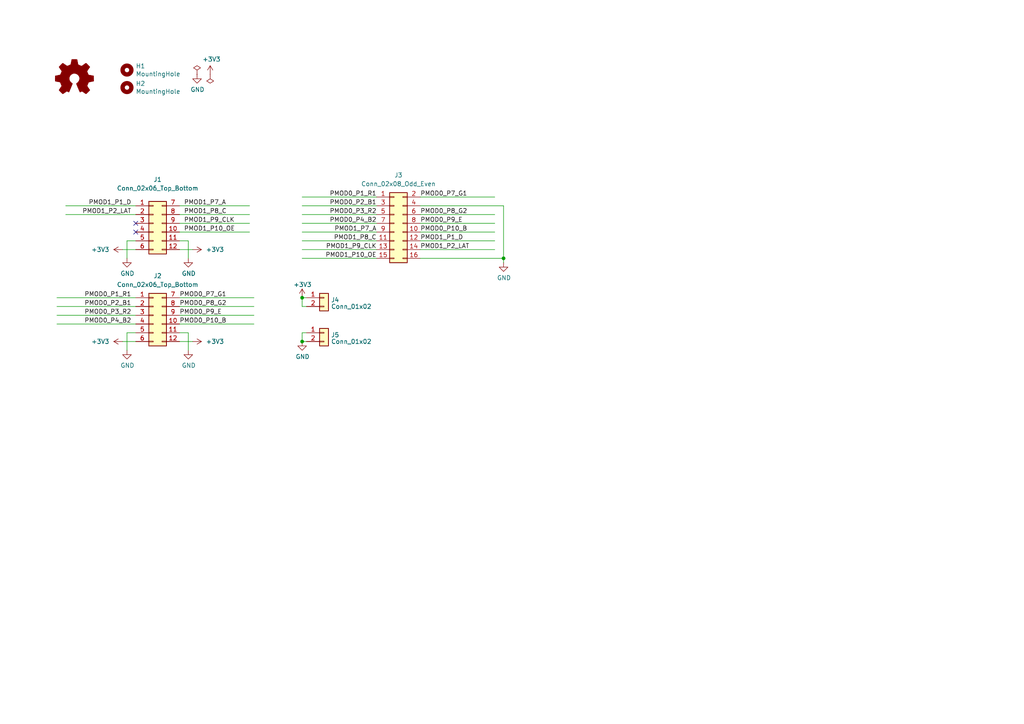
<source format=kicad_sch>
(kicad_sch (version 20230121) (generator eeschema)

  (uuid e63e39d7-6ac0-4ffd-8aa3-1841a4541b55)

  (paper "A4")

  (title_block
    (title "Pmod HUB75 module")
    (date "2023-03-14")
    (rev "Rev.A")
    (company "Kenta IDA")
  )

  (lib_symbols
    (symbol "Connector_Generic:Conn_01x02" (pin_names (offset 1.016) hide) (in_bom yes) (on_board yes)
      (property "Reference" "J" (at 0 2.54 0)
        (effects (font (size 1.27 1.27)))
      )
      (property "Value" "Conn_01x02" (at 0 -5.08 0)
        (effects (font (size 1.27 1.27)))
      )
      (property "Footprint" "" (at 0 0 0)
        (effects (font (size 1.27 1.27)) hide)
      )
      (property "Datasheet" "~" (at 0 0 0)
        (effects (font (size 1.27 1.27)) hide)
      )
      (property "ki_keywords" "connector" (at 0 0 0)
        (effects (font (size 1.27 1.27)) hide)
      )
      (property "ki_description" "Generic connector, single row, 01x02, script generated (kicad-library-utils/schlib/autogen/connector/)" (at 0 0 0)
        (effects (font (size 1.27 1.27)) hide)
      )
      (property "ki_fp_filters" "Connector*:*_1x??_*" (at 0 0 0)
        (effects (font (size 1.27 1.27)) hide)
      )
      (symbol "Conn_01x02_1_1"
        (rectangle (start -1.27 -2.413) (end 0 -2.667)
          (stroke (width 0.1524) (type default))
          (fill (type none))
        )
        (rectangle (start -1.27 0.127) (end 0 -0.127)
          (stroke (width 0.1524) (type default))
          (fill (type none))
        )
        (rectangle (start -1.27 1.27) (end 1.27 -3.81)
          (stroke (width 0.254) (type default))
          (fill (type background))
        )
        (pin passive line (at -5.08 0 0) (length 3.81)
          (name "Pin_1" (effects (font (size 1.27 1.27))))
          (number "1" (effects (font (size 1.27 1.27))))
        )
        (pin passive line (at -5.08 -2.54 0) (length 3.81)
          (name "Pin_2" (effects (font (size 1.27 1.27))))
          (number "2" (effects (font (size 1.27 1.27))))
        )
      )
    )
    (symbol "Connector_Generic:Conn_02x06_Top_Bottom" (pin_names (offset 1.016) hide) (in_bom yes) (on_board yes)
      (property "Reference" "J" (at 1.27 7.62 0)
        (effects (font (size 1.27 1.27)))
      )
      (property "Value" "Conn_02x06_Top_Bottom" (at 1.27 -10.16 0)
        (effects (font (size 1.27 1.27)))
      )
      (property "Footprint" "" (at 0 0 0)
        (effects (font (size 1.27 1.27)) hide)
      )
      (property "Datasheet" "~" (at 0 0 0)
        (effects (font (size 1.27 1.27)) hide)
      )
      (property "ki_keywords" "connector" (at 0 0 0)
        (effects (font (size 1.27 1.27)) hide)
      )
      (property "ki_description" "Generic connector, double row, 02x06, top/bottom pin numbering scheme (row 1: 1...pins_per_row, row2: pins_per_row+1 ... num_pins), script generated (kicad-library-utils/schlib/autogen/connector/)" (at 0 0 0)
        (effects (font (size 1.27 1.27)) hide)
      )
      (property "ki_fp_filters" "Connector*:*_2x??_*" (at 0 0 0)
        (effects (font (size 1.27 1.27)) hide)
      )
      (symbol "Conn_02x06_Top_Bottom_1_1"
        (rectangle (start -1.27 -7.493) (end 0 -7.747)
          (stroke (width 0.1524) (type default))
          (fill (type none))
        )
        (rectangle (start -1.27 -4.953) (end 0 -5.207)
          (stroke (width 0.1524) (type default))
          (fill (type none))
        )
        (rectangle (start -1.27 -2.413) (end 0 -2.667)
          (stroke (width 0.1524) (type default))
          (fill (type none))
        )
        (rectangle (start -1.27 0.127) (end 0 -0.127)
          (stroke (width 0.1524) (type default))
          (fill (type none))
        )
        (rectangle (start -1.27 2.667) (end 0 2.413)
          (stroke (width 0.1524) (type default))
          (fill (type none))
        )
        (rectangle (start -1.27 5.207) (end 0 4.953)
          (stroke (width 0.1524) (type default))
          (fill (type none))
        )
        (rectangle (start -1.27 6.35) (end 3.81 -8.89)
          (stroke (width 0.254) (type default))
          (fill (type background))
        )
        (rectangle (start 3.81 -7.493) (end 2.54 -7.747)
          (stroke (width 0.1524) (type default))
          (fill (type none))
        )
        (rectangle (start 3.81 -4.953) (end 2.54 -5.207)
          (stroke (width 0.1524) (type default))
          (fill (type none))
        )
        (rectangle (start 3.81 -2.413) (end 2.54 -2.667)
          (stroke (width 0.1524) (type default))
          (fill (type none))
        )
        (rectangle (start 3.81 0.127) (end 2.54 -0.127)
          (stroke (width 0.1524) (type default))
          (fill (type none))
        )
        (rectangle (start 3.81 2.667) (end 2.54 2.413)
          (stroke (width 0.1524) (type default))
          (fill (type none))
        )
        (rectangle (start 3.81 5.207) (end 2.54 4.953)
          (stroke (width 0.1524) (type default))
          (fill (type none))
        )
        (pin passive line (at -5.08 5.08 0) (length 3.81)
          (name "Pin_1" (effects (font (size 1.27 1.27))))
          (number "1" (effects (font (size 1.27 1.27))))
        )
        (pin passive line (at 7.62 -2.54 180) (length 3.81)
          (name "Pin_10" (effects (font (size 1.27 1.27))))
          (number "10" (effects (font (size 1.27 1.27))))
        )
        (pin passive line (at 7.62 -5.08 180) (length 3.81)
          (name "Pin_11" (effects (font (size 1.27 1.27))))
          (number "11" (effects (font (size 1.27 1.27))))
        )
        (pin passive line (at 7.62 -7.62 180) (length 3.81)
          (name "Pin_12" (effects (font (size 1.27 1.27))))
          (number "12" (effects (font (size 1.27 1.27))))
        )
        (pin passive line (at -5.08 2.54 0) (length 3.81)
          (name "Pin_2" (effects (font (size 1.27 1.27))))
          (number "2" (effects (font (size 1.27 1.27))))
        )
        (pin passive line (at -5.08 0 0) (length 3.81)
          (name "Pin_3" (effects (font (size 1.27 1.27))))
          (number "3" (effects (font (size 1.27 1.27))))
        )
        (pin passive line (at -5.08 -2.54 0) (length 3.81)
          (name "Pin_4" (effects (font (size 1.27 1.27))))
          (number "4" (effects (font (size 1.27 1.27))))
        )
        (pin passive line (at -5.08 -5.08 0) (length 3.81)
          (name "Pin_5" (effects (font (size 1.27 1.27))))
          (number "5" (effects (font (size 1.27 1.27))))
        )
        (pin passive line (at -5.08 -7.62 0) (length 3.81)
          (name "Pin_6" (effects (font (size 1.27 1.27))))
          (number "6" (effects (font (size 1.27 1.27))))
        )
        (pin passive line (at 7.62 5.08 180) (length 3.81)
          (name "Pin_7" (effects (font (size 1.27 1.27))))
          (number "7" (effects (font (size 1.27 1.27))))
        )
        (pin passive line (at 7.62 2.54 180) (length 3.81)
          (name "Pin_8" (effects (font (size 1.27 1.27))))
          (number "8" (effects (font (size 1.27 1.27))))
        )
        (pin passive line (at 7.62 0 180) (length 3.81)
          (name "Pin_9" (effects (font (size 1.27 1.27))))
          (number "9" (effects (font (size 1.27 1.27))))
        )
      )
    )
    (symbol "Connector_Generic:Conn_02x08_Odd_Even" (pin_names (offset 1.016) hide) (in_bom yes) (on_board yes)
      (property "Reference" "J" (at 1.27 10.16 0)
        (effects (font (size 1.27 1.27)))
      )
      (property "Value" "Conn_02x08_Odd_Even" (at 1.27 -12.7 0)
        (effects (font (size 1.27 1.27)))
      )
      (property "Footprint" "" (at 0 0 0)
        (effects (font (size 1.27 1.27)) hide)
      )
      (property "Datasheet" "~" (at 0 0 0)
        (effects (font (size 1.27 1.27)) hide)
      )
      (property "ki_keywords" "connector" (at 0 0 0)
        (effects (font (size 1.27 1.27)) hide)
      )
      (property "ki_description" "Generic connector, double row, 02x08, odd/even pin numbering scheme (row 1 odd numbers, row 2 even numbers), script generated (kicad-library-utils/schlib/autogen/connector/)" (at 0 0 0)
        (effects (font (size 1.27 1.27)) hide)
      )
      (property "ki_fp_filters" "Connector*:*_2x??_*" (at 0 0 0)
        (effects (font (size 1.27 1.27)) hide)
      )
      (symbol "Conn_02x08_Odd_Even_1_1"
        (rectangle (start -1.27 -10.033) (end 0 -10.287)
          (stroke (width 0.1524) (type default))
          (fill (type none))
        )
        (rectangle (start -1.27 -7.493) (end 0 -7.747)
          (stroke (width 0.1524) (type default))
          (fill (type none))
        )
        (rectangle (start -1.27 -4.953) (end 0 -5.207)
          (stroke (width 0.1524) (type default))
          (fill (type none))
        )
        (rectangle (start -1.27 -2.413) (end 0 -2.667)
          (stroke (width 0.1524) (type default))
          (fill (type none))
        )
        (rectangle (start -1.27 0.127) (end 0 -0.127)
          (stroke (width 0.1524) (type default))
          (fill (type none))
        )
        (rectangle (start -1.27 2.667) (end 0 2.413)
          (stroke (width 0.1524) (type default))
          (fill (type none))
        )
        (rectangle (start -1.27 5.207) (end 0 4.953)
          (stroke (width 0.1524) (type default))
          (fill (type none))
        )
        (rectangle (start -1.27 7.747) (end 0 7.493)
          (stroke (width 0.1524) (type default))
          (fill (type none))
        )
        (rectangle (start -1.27 8.89) (end 3.81 -11.43)
          (stroke (width 0.254) (type default))
          (fill (type background))
        )
        (rectangle (start 3.81 -10.033) (end 2.54 -10.287)
          (stroke (width 0.1524) (type default))
          (fill (type none))
        )
        (rectangle (start 3.81 -7.493) (end 2.54 -7.747)
          (stroke (width 0.1524) (type default))
          (fill (type none))
        )
        (rectangle (start 3.81 -4.953) (end 2.54 -5.207)
          (stroke (width 0.1524) (type default))
          (fill (type none))
        )
        (rectangle (start 3.81 -2.413) (end 2.54 -2.667)
          (stroke (width 0.1524) (type default))
          (fill (type none))
        )
        (rectangle (start 3.81 0.127) (end 2.54 -0.127)
          (stroke (width 0.1524) (type default))
          (fill (type none))
        )
        (rectangle (start 3.81 2.667) (end 2.54 2.413)
          (stroke (width 0.1524) (type default))
          (fill (type none))
        )
        (rectangle (start 3.81 5.207) (end 2.54 4.953)
          (stroke (width 0.1524) (type default))
          (fill (type none))
        )
        (rectangle (start 3.81 7.747) (end 2.54 7.493)
          (stroke (width 0.1524) (type default))
          (fill (type none))
        )
        (pin passive line (at -5.08 7.62 0) (length 3.81)
          (name "Pin_1" (effects (font (size 1.27 1.27))))
          (number "1" (effects (font (size 1.27 1.27))))
        )
        (pin passive line (at 7.62 -2.54 180) (length 3.81)
          (name "Pin_10" (effects (font (size 1.27 1.27))))
          (number "10" (effects (font (size 1.27 1.27))))
        )
        (pin passive line (at -5.08 -5.08 0) (length 3.81)
          (name "Pin_11" (effects (font (size 1.27 1.27))))
          (number "11" (effects (font (size 1.27 1.27))))
        )
        (pin passive line (at 7.62 -5.08 180) (length 3.81)
          (name "Pin_12" (effects (font (size 1.27 1.27))))
          (number "12" (effects (font (size 1.27 1.27))))
        )
        (pin passive line (at -5.08 -7.62 0) (length 3.81)
          (name "Pin_13" (effects (font (size 1.27 1.27))))
          (number "13" (effects (font (size 1.27 1.27))))
        )
        (pin passive line (at 7.62 -7.62 180) (length 3.81)
          (name "Pin_14" (effects (font (size 1.27 1.27))))
          (number "14" (effects (font (size 1.27 1.27))))
        )
        (pin passive line (at -5.08 -10.16 0) (length 3.81)
          (name "Pin_15" (effects (font (size 1.27 1.27))))
          (number "15" (effects (font (size 1.27 1.27))))
        )
        (pin passive line (at 7.62 -10.16 180) (length 3.81)
          (name "Pin_16" (effects (font (size 1.27 1.27))))
          (number "16" (effects (font (size 1.27 1.27))))
        )
        (pin passive line (at 7.62 7.62 180) (length 3.81)
          (name "Pin_2" (effects (font (size 1.27 1.27))))
          (number "2" (effects (font (size 1.27 1.27))))
        )
        (pin passive line (at -5.08 5.08 0) (length 3.81)
          (name "Pin_3" (effects (font (size 1.27 1.27))))
          (number "3" (effects (font (size 1.27 1.27))))
        )
        (pin passive line (at 7.62 5.08 180) (length 3.81)
          (name "Pin_4" (effects (font (size 1.27 1.27))))
          (number "4" (effects (font (size 1.27 1.27))))
        )
        (pin passive line (at -5.08 2.54 0) (length 3.81)
          (name "Pin_5" (effects (font (size 1.27 1.27))))
          (number "5" (effects (font (size 1.27 1.27))))
        )
        (pin passive line (at 7.62 2.54 180) (length 3.81)
          (name "Pin_6" (effects (font (size 1.27 1.27))))
          (number "6" (effects (font (size 1.27 1.27))))
        )
        (pin passive line (at -5.08 0 0) (length 3.81)
          (name "Pin_7" (effects (font (size 1.27 1.27))))
          (number "7" (effects (font (size 1.27 1.27))))
        )
        (pin passive line (at 7.62 0 180) (length 3.81)
          (name "Pin_8" (effects (font (size 1.27 1.27))))
          (number "8" (effects (font (size 1.27 1.27))))
        )
        (pin passive line (at -5.08 -2.54 0) (length 3.81)
          (name "Pin_9" (effects (font (size 1.27 1.27))))
          (number "9" (effects (font (size 1.27 1.27))))
        )
      )
    )
    (symbol "Graphic:Logo_Open_Hardware_Small" (pin_names (offset 1.016)) (in_bom yes) (on_board yes)
      (property "Reference" "#LOGO" (at 0 6.985 0)
        (effects (font (size 1.27 1.27)) hide)
      )
      (property "Value" "Logo_Open_Hardware_Small" (at 0 -5.715 0)
        (effects (font (size 1.27 1.27)) hide)
      )
      (property "Footprint" "" (at 0 0 0)
        (effects (font (size 1.27 1.27)) hide)
      )
      (property "Datasheet" "~" (at 0 0 0)
        (effects (font (size 1.27 1.27)) hide)
      )
      (property "ki_keywords" "Logo" (at 0 0 0)
        (effects (font (size 1.27 1.27)) hide)
      )
      (property "ki_description" "Open Hardware logo, small" (at 0 0 0)
        (effects (font (size 1.27 1.27)) hide)
      )
      (symbol "Logo_Open_Hardware_Small_0_1"
        (polyline
          (pts
            (xy 3.3528 -4.3434)
            (xy 3.302 -4.318)
            (xy 3.175 -4.2418)
            (xy 2.9972 -4.1148)
            (xy 2.7686 -3.9624)
            (xy 2.54 -3.81)
            (xy 2.3622 -3.7084)
            (xy 2.2352 -3.6068)
            (xy 2.1844 -3.5814)
            (xy 2.159 -3.6068)
            (xy 2.0574 -3.6576)
            (xy 1.905 -3.7338)
            (xy 1.8034 -3.7846)
            (xy 1.6764 -3.8354)
            (xy 1.6002 -3.8354)
            (xy 1.6002 -3.8354)
            (xy 1.5494 -3.7338)
            (xy 1.4732 -3.5306)
            (xy 1.3462 -3.302)
            (xy 1.2446 -3.0226)
            (xy 1.1176 -2.7178)
            (xy 0.9652 -2.413)
            (xy 0.8636 -2.1082)
            (xy 0.7366 -1.8288)
            (xy 0.6604 -1.6256)
            (xy 0.6096 -1.4732)
            (xy 0.5842 -1.397)
            (xy 0.5842 -1.397)
            (xy 0.6604 -1.3208)
            (xy 0.7874 -1.2446)
            (xy 1.0414 -1.016)
            (xy 1.2954 -0.6858)
            (xy 1.4478 -0.3302)
            (xy 1.524 0.0762)
            (xy 1.4732 0.4572)
            (xy 1.3208 0.8128)
            (xy 1.0668 1.143)
            (xy 0.762 1.3716)
            (xy 0.4064 1.524)
            (xy 0 1.5748)
            (xy -0.381 1.5494)
            (xy -0.7366 1.397)
            (xy -1.0668 1.143)
            (xy -1.2192 0.9906)
            (xy -1.397 0.6604)
            (xy -1.524 0.3048)
            (xy -1.524 0.2286)
            (xy -1.4986 -0.1778)
            (xy -1.397 -0.5334)
            (xy -1.1938 -0.8636)
            (xy -0.9144 -1.143)
            (xy -0.8636 -1.1684)
            (xy -0.7366 -1.27)
            (xy -0.635 -1.3462)
            (xy -0.5842 -1.397)
            (xy -1.0668 -2.5908)
            (xy -1.143 -2.794)
            (xy -1.2954 -3.1242)
            (xy -1.397 -3.4036)
            (xy -1.4986 -3.6322)
            (xy -1.5748 -3.7846)
            (xy -1.6002 -3.8354)
            (xy -1.6002 -3.8354)
            (xy -1.651 -3.8354)
            (xy -1.7272 -3.81)
            (xy -1.905 -3.7338)
            (xy -2.0066 -3.683)
            (xy -2.1336 -3.6068)
            (xy -2.2098 -3.5814)
            (xy -2.2606 -3.6068)
            (xy -2.3622 -3.683)
            (xy -2.54 -3.81)
            (xy -2.7686 -3.9624)
            (xy -2.9718 -4.0894)
            (xy -3.1496 -4.2164)
            (xy -3.302 -4.318)
            (xy -3.3528 -4.3434)
            (xy -3.3782 -4.3434)
            (xy -3.429 -4.318)
            (xy -3.5306 -4.2164)
            (xy -3.7084 -4.064)
            (xy -3.937 -3.8354)
            (xy -3.9624 -3.81)
            (xy -4.1656 -3.6068)
            (xy -4.318 -3.4544)
            (xy -4.4196 -3.3274)
            (xy -4.445 -3.2766)
            (xy -4.445 -3.2766)
            (xy -4.4196 -3.2258)
            (xy -4.318 -3.0734)
            (xy -4.2164 -2.8956)
            (xy -4.064 -2.667)
            (xy -3.6576 -2.0828)
            (xy -3.8862 -1.5494)
            (xy -3.937 -1.3716)
            (xy -4.0386 -1.1684)
            (xy -4.0894 -1.0414)
            (xy -4.1148 -0.9652)
            (xy -4.191 -0.9398)
            (xy -4.318 -0.9144)
            (xy -4.5466 -0.8636)
            (xy -4.8006 -0.8128)
            (xy -5.0546 -0.7874)
            (xy -5.2578 -0.7366)
            (xy -5.4356 -0.7112)
            (xy -5.5118 -0.6858)
            (xy -5.5118 -0.6858)
            (xy -5.5372 -0.635)
            (xy -5.5372 -0.5588)
            (xy -5.5372 -0.4318)
            (xy -5.5626 -0.2286)
            (xy -5.5626 0.0762)
            (xy -5.5626 0.127)
            (xy -5.5372 0.4064)
            (xy -5.5372 0.635)
            (xy -5.5372 0.762)
            (xy -5.5372 0.8382)
            (xy -5.5372 0.8382)
            (xy -5.461 0.8382)
            (xy -5.3086 0.889)
            (xy -5.08 0.9144)
            (xy -4.826 0.9652)
            (xy -4.8006 0.9906)
            (xy -4.5466 1.0414)
            (xy -4.318 1.0668)
            (xy -4.1656 1.1176)
            (xy -4.0894 1.143)
            (xy -4.0894 1.143)
            (xy -4.0386 1.2446)
            (xy -3.9624 1.4224)
            (xy -3.8608 1.6256)
            (xy -3.7846 1.8288)
            (xy -3.7084 2.0066)
            (xy -3.6576 2.159)
            (xy -3.6322 2.2098)
            (xy -3.6322 2.2098)
            (xy -3.683 2.286)
            (xy -3.7592 2.413)
            (xy -3.8862 2.5908)
            (xy -4.064 2.8194)
            (xy -4.064 2.8448)
            (xy -4.2164 3.0734)
            (xy -4.3434 3.2512)
            (xy -4.4196 3.3782)
            (xy -4.445 3.4544)
            (xy -4.445 3.4544)
            (xy -4.3942 3.5052)
            (xy -4.2926 3.6322)
            (xy -4.1148 3.81)
            (xy -3.937 4.0132)
            (xy -3.8608 4.064)
            (xy -3.6576 4.2926)
            (xy -3.5052 4.4196)
            (xy -3.4036 4.4958)
            (xy -3.3528 4.5212)
            (xy -3.3528 4.5212)
            (xy -3.302 4.4704)
            (xy -3.1496 4.3688)
            (xy -2.9718 4.2418)
            (xy -2.7432 4.0894)
            (xy -2.7178 4.0894)
            (xy -2.4892 3.937)
            (xy -2.3114 3.81)
            (xy -2.1844 3.7084)
            (xy -2.1336 3.683)
            (xy -2.1082 3.683)
            (xy -2.032 3.7084)
            (xy -1.8542 3.7592)
            (xy -1.6764 3.8354)
            (xy -1.4732 3.937)
            (xy -1.27 4.0132)
            (xy -1.143 4.064)
            (xy -1.0668 4.1148)
            (xy -1.0668 4.1148)
            (xy -1.0414 4.191)
            (xy -1.016 4.3434)
            (xy -0.9652 4.572)
            (xy -0.9144 4.8514)
            (xy -0.889 4.9022)
            (xy -0.8382 5.1562)
            (xy -0.8128 5.3848)
            (xy -0.7874 5.5372)
            (xy -0.762 5.588)
            (xy -0.7112 5.6134)
            (xy -0.5842 5.6134)
            (xy -0.4064 5.6134)
            (xy -0.1524 5.6134)
            (xy 0.0762 5.6134)
            (xy 0.3302 5.6134)
            (xy 0.5334 5.6134)
            (xy 0.6858 5.588)
            (xy 0.7366 5.588)
            (xy 0.7366 5.588)
            (xy 0.762 5.5118)
            (xy 0.8128 5.334)
            (xy 0.8382 5.1054)
            (xy 0.9144 4.826)
            (xy 0.9144 4.7752)
            (xy 0.9652 4.5212)
            (xy 1.016 4.2926)
            (xy 1.0414 4.1402)
            (xy 1.0668 4.0894)
            (xy 1.0668 4.0894)
            (xy 1.1938 4.0386)
            (xy 1.3716 3.9624)
            (xy 1.5748 3.8608)
            (xy 2.0828 3.6576)
            (xy 2.7178 4.0894)
            (xy 2.7686 4.1402)
            (xy 2.9972 4.2926)
            (xy 3.175 4.4196)
            (xy 3.302 4.4958)
            (xy 3.3782 4.5212)
            (xy 3.3782 4.5212)
            (xy 3.429 4.4704)
            (xy 3.556 4.3434)
            (xy 3.7338 4.191)
            (xy 3.9116 3.9878)
            (xy 4.064 3.8354)
            (xy 4.2418 3.6576)
            (xy 4.3434 3.556)
            (xy 4.4196 3.4798)
            (xy 4.4196 3.429)
            (xy 4.4196 3.4036)
            (xy 4.3942 3.3274)
            (xy 4.2926 3.2004)
            (xy 4.1656 2.9972)
            (xy 4.0132 2.794)
            (xy 3.8862 2.5908)
            (xy 3.7592 2.3876)
            (xy 3.6576 2.2352)
            (xy 3.6322 2.159)
            (xy 3.6322 2.1336)
            (xy 3.683 2.0066)
            (xy 3.7592 1.8288)
            (xy 3.8608 1.6002)
            (xy 4.064 1.1176)
            (xy 4.3942 1.0414)
            (xy 4.5974 1.016)
            (xy 4.8768 0.9652)
            (xy 5.1308 0.9144)
            (xy 5.5372 0.8382)
            (xy 5.5626 -0.6604)
            (xy 5.4864 -0.6858)
            (xy 5.4356 -0.6858)
            (xy 5.2832 -0.7366)
            (xy 5.0546 -0.762)
            (xy 4.8006 -0.8128)
            (xy 4.5974 -0.8636)
            (xy 4.3688 -0.9144)
            (xy 4.2164 -0.9398)
            (xy 4.1402 -0.9398)
            (xy 4.1148 -0.9652)
            (xy 4.064 -1.0668)
            (xy 3.9878 -1.2446)
            (xy 3.9116 -1.4478)
            (xy 3.81 -1.651)
            (xy 3.7338 -1.8542)
            (xy 3.683 -2.0066)
            (xy 3.6576 -2.0828)
            (xy 3.683 -2.1336)
            (xy 3.7846 -2.2606)
            (xy 3.8862 -2.4638)
            (xy 4.0386 -2.667)
            (xy 4.191 -2.8956)
            (xy 4.318 -3.0734)
            (xy 4.3942 -3.2004)
            (xy 4.445 -3.2766)
            (xy 4.4196 -3.3274)
            (xy 4.3434 -3.429)
            (xy 4.1656 -3.5814)
            (xy 3.937 -3.8354)
            (xy 3.8862 -3.8608)
            (xy 3.683 -4.064)
            (xy 3.5306 -4.2164)
            (xy 3.4036 -4.318)
            (xy 3.3528 -4.3434)
          )
          (stroke (width 0) (type default))
          (fill (type outline))
        )
      )
    )
    (symbol "Mechanical:MountingHole" (pin_names (offset 1.016)) (in_bom yes) (on_board yes)
      (property "Reference" "H" (at 0 5.08 0)
        (effects (font (size 1.27 1.27)))
      )
      (property "Value" "MountingHole" (at 0 3.175 0)
        (effects (font (size 1.27 1.27)))
      )
      (property "Footprint" "" (at 0 0 0)
        (effects (font (size 1.27 1.27)) hide)
      )
      (property "Datasheet" "~" (at 0 0 0)
        (effects (font (size 1.27 1.27)) hide)
      )
      (property "ki_keywords" "mounting hole" (at 0 0 0)
        (effects (font (size 1.27 1.27)) hide)
      )
      (property "ki_description" "Mounting Hole without connection" (at 0 0 0)
        (effects (font (size 1.27 1.27)) hide)
      )
      (property "ki_fp_filters" "MountingHole*" (at 0 0 0)
        (effects (font (size 1.27 1.27)) hide)
      )
      (symbol "MountingHole_0_1"
        (circle (center 0 0) (radius 1.27)
          (stroke (width 1.27) (type default))
          (fill (type none))
        )
      )
    )
    (symbol "power:+3V3" (power) (pin_names (offset 0)) (in_bom yes) (on_board yes)
      (property "Reference" "#PWR" (at 0 -3.81 0)
        (effects (font (size 1.27 1.27)) hide)
      )
      (property "Value" "+3V3" (at 0 3.556 0)
        (effects (font (size 1.27 1.27)))
      )
      (property "Footprint" "" (at 0 0 0)
        (effects (font (size 1.27 1.27)) hide)
      )
      (property "Datasheet" "" (at 0 0 0)
        (effects (font (size 1.27 1.27)) hide)
      )
      (property "ki_keywords" "power-flag" (at 0 0 0)
        (effects (font (size 1.27 1.27)) hide)
      )
      (property "ki_description" "Power symbol creates a global label with name \"+3V3\"" (at 0 0 0)
        (effects (font (size 1.27 1.27)) hide)
      )
      (symbol "+3V3_0_1"
        (polyline
          (pts
            (xy -0.762 1.27)
            (xy 0 2.54)
          )
          (stroke (width 0) (type default))
          (fill (type none))
        )
        (polyline
          (pts
            (xy 0 0)
            (xy 0 2.54)
          )
          (stroke (width 0) (type default))
          (fill (type none))
        )
        (polyline
          (pts
            (xy 0 2.54)
            (xy 0.762 1.27)
          )
          (stroke (width 0) (type default))
          (fill (type none))
        )
      )
      (symbol "+3V3_1_1"
        (pin power_in line (at 0 0 90) (length 0) hide
          (name "+3V3" (effects (font (size 1.27 1.27))))
          (number "1" (effects (font (size 1.27 1.27))))
        )
      )
    )
    (symbol "power:GND" (power) (pin_names (offset 0)) (in_bom yes) (on_board yes)
      (property "Reference" "#PWR" (at 0 -6.35 0)
        (effects (font (size 1.27 1.27)) hide)
      )
      (property "Value" "GND" (at 0 -3.81 0)
        (effects (font (size 1.27 1.27)))
      )
      (property "Footprint" "" (at 0 0 0)
        (effects (font (size 1.27 1.27)) hide)
      )
      (property "Datasheet" "" (at 0 0 0)
        (effects (font (size 1.27 1.27)) hide)
      )
      (property "ki_keywords" "power-flag" (at 0 0 0)
        (effects (font (size 1.27 1.27)) hide)
      )
      (property "ki_description" "Power symbol creates a global label with name \"GND\" , ground" (at 0 0 0)
        (effects (font (size 1.27 1.27)) hide)
      )
      (symbol "GND_0_1"
        (polyline
          (pts
            (xy 0 0)
            (xy 0 -1.27)
            (xy 1.27 -1.27)
            (xy 0 -2.54)
            (xy -1.27 -1.27)
            (xy 0 -1.27)
          )
          (stroke (width 0) (type default))
          (fill (type none))
        )
      )
      (symbol "GND_1_1"
        (pin power_in line (at 0 0 270) (length 0) hide
          (name "GND" (effects (font (size 1.27 1.27))))
          (number "1" (effects (font (size 1.27 1.27))))
        )
      )
    )
    (symbol "power:PWR_FLAG" (power) (pin_numbers hide) (pin_names (offset 0) hide) (in_bom yes) (on_board yes)
      (property "Reference" "#FLG" (at 0 1.905 0)
        (effects (font (size 1.27 1.27)) hide)
      )
      (property "Value" "PWR_FLAG" (at 0 3.81 0)
        (effects (font (size 1.27 1.27)))
      )
      (property "Footprint" "" (at 0 0 0)
        (effects (font (size 1.27 1.27)) hide)
      )
      (property "Datasheet" "~" (at 0 0 0)
        (effects (font (size 1.27 1.27)) hide)
      )
      (property "ki_keywords" "power-flag" (at 0 0 0)
        (effects (font (size 1.27 1.27)) hide)
      )
      (property "ki_description" "Special symbol for telling ERC where power comes from" (at 0 0 0)
        (effects (font (size 1.27 1.27)) hide)
      )
      (symbol "PWR_FLAG_0_0"
        (pin power_out line (at 0 0 90) (length 0)
          (name "pwr" (effects (font (size 1.27 1.27))))
          (number "1" (effects (font (size 1.27 1.27))))
        )
      )
      (symbol "PWR_FLAG_0_1"
        (polyline
          (pts
            (xy 0 0)
            (xy 0 1.27)
            (xy -1.016 1.905)
            (xy 0 2.54)
            (xy 1.016 1.905)
            (xy 0 1.27)
          )
          (stroke (width 0) (type default))
          (fill (type none))
        )
      )
    )
  )

  (junction (at 146.05 74.93) (diameter 0) (color 0 0 0 0)
    (uuid 61ebd170-f35c-448a-a75b-3847f3f9961a)
  )
  (junction (at 87.63 99.06) (diameter 0) (color 0 0 0 0)
    (uuid 975b936e-762d-4f11-8334-d5deef7a7ff7)
  )
  (junction (at 87.63 86.36) (diameter 0) (color 0 0 0 0)
    (uuid ce10409e-7bd6-46ea-9445-8428f3744fd7)
  )

  (no_connect (at 39.37 67.31) (uuid 765238e4-748d-42d0-8b6d-3c7700c53f82))
  (no_connect (at 39.37 64.77) (uuid aa891cba-7ae6-4d55-a76b-33966c1cc242))

  (wire (pts (xy 121.92 74.93) (xy 146.05 74.93))
    (stroke (width 0) (type default))
    (uuid 006188b7-fa6b-463c-920e-6d966ccf3c50)
  )
  (wire (pts (xy 52.07 72.39) (xy 55.88 72.39))
    (stroke (width 0) (type default))
    (uuid 02913d7e-917e-4e50-be77-fbbc59f63e4b)
  )
  (wire (pts (xy 54.61 74.93) (xy 54.61 69.85))
    (stroke (width 0) (type default))
    (uuid 0409d596-3e11-4e17-bf94-0ad6d11cf33f)
  )
  (wire (pts (xy 35.56 72.39) (xy 39.37 72.39))
    (stroke (width 0) (type default))
    (uuid 09b9ec06-9c48-45cc-971a-a5cf7e9c4e01)
  )
  (wire (pts (xy 39.37 69.85) (xy 36.83 69.85))
    (stroke (width 0) (type default))
    (uuid 09f28111-562f-4a25-8f68-4ee854a84d73)
  )
  (wire (pts (xy 73.66 93.98) (xy 52.07 93.98))
    (stroke (width 0) (type default))
    (uuid 0f787e11-5462-4cd8-92cb-443c580a67d2)
  )
  (wire (pts (xy 87.63 62.23) (xy 109.22 62.23))
    (stroke (width 0) (type default))
    (uuid 10647230-4a16-4932-8477-578427a536e9)
  )
  (wire (pts (xy 88.9 99.06) (xy 87.63 99.06))
    (stroke (width 0) (type default))
    (uuid 14a3176b-d85c-45e7-b2fc-98d531f1c7c8)
  )
  (wire (pts (xy 73.66 91.44) (xy 52.07 91.44))
    (stroke (width 0) (type default))
    (uuid 207248ab-b7fe-43f2-ba67-f293a80ec052)
  )
  (wire (pts (xy 19.05 59.69) (xy 39.37 59.69))
    (stroke (width 0) (type default))
    (uuid 24bda21f-315f-4692-81e4-4b50f7ab007d)
  )
  (wire (pts (xy 121.92 57.15) (xy 143.51 57.15))
    (stroke (width 0) (type default))
    (uuid 2a85f37b-831a-44b7-92c3-e216168d9a9b)
  )
  (wire (pts (xy 87.63 64.77) (xy 109.22 64.77))
    (stroke (width 0) (type default))
    (uuid 322dd97b-f307-4f64-8bcd-ffc66a9414e2)
  )
  (wire (pts (xy 87.63 88.9) (xy 87.63 86.36))
    (stroke (width 0) (type default))
    (uuid 37829740-2911-485d-9305-3779c387447d)
  )
  (wire (pts (xy 87.63 99.06) (xy 87.63 96.52))
    (stroke (width 0) (type default))
    (uuid 3c9f6ca4-38b1-46c9-a656-01e27ef222ab)
  )
  (wire (pts (xy 36.83 69.85) (xy 36.83 74.93))
    (stroke (width 0) (type default))
    (uuid 3e9e4983-8e90-4ecb-9cb6-18aaef3c10ef)
  )
  (wire (pts (xy 52.07 59.69) (xy 72.39 59.69))
    (stroke (width 0) (type default))
    (uuid 3f401930-807e-4f4c-b726-2e9a64c1f7e2)
  )
  (wire (pts (xy 36.83 96.52) (xy 36.83 101.6))
    (stroke (width 0) (type default))
    (uuid 422ed38a-75b7-4f3d-9331-3249bb92dbdc)
  )
  (wire (pts (xy 121.92 72.39) (xy 143.51 72.39))
    (stroke (width 0) (type default))
    (uuid 450b28a2-3edb-4cf5-89be-8744dd978f9d)
  )
  (wire (pts (xy 16.51 86.36) (xy 39.37 86.36))
    (stroke (width 0) (type default))
    (uuid 5cc15c39-1a51-4382-9485-2366edbd43b0)
  )
  (wire (pts (xy 16.51 91.44) (xy 39.37 91.44))
    (stroke (width 0) (type default))
    (uuid 62860c00-4a61-4460-b772-2af291cd527c)
  )
  (wire (pts (xy 39.37 96.52) (xy 36.83 96.52))
    (stroke (width 0) (type default))
    (uuid 692b5aeb-9622-4974-8cad-2836277a19d1)
  )
  (wire (pts (xy 121.92 64.77) (xy 143.51 64.77))
    (stroke (width 0) (type default))
    (uuid 6aca69a1-bd38-4c4e-9393-780114dbfe9a)
  )
  (wire (pts (xy 16.51 88.9) (xy 39.37 88.9))
    (stroke (width 0) (type default))
    (uuid 700cae07-cc28-489a-ab7a-9af511e88a9b)
  )
  (wire (pts (xy 52.07 62.23) (xy 72.39 62.23))
    (stroke (width 0) (type default))
    (uuid 799a5778-5471-412e-81b7-e4fb6d6df489)
  )
  (wire (pts (xy 87.63 86.36) (xy 88.9 86.36))
    (stroke (width 0) (type default))
    (uuid 7b656780-d9b9-4735-876f-8b5790b60fec)
  )
  (wire (pts (xy 16.51 93.98) (xy 39.37 93.98))
    (stroke (width 0) (type default))
    (uuid 7fc2cf0f-9bfa-4d7e-864d-8b07e0dd42b2)
  )
  (wire (pts (xy 88.9 88.9) (xy 87.63 88.9))
    (stroke (width 0) (type default))
    (uuid 85d77049-0785-487c-9f4e-8ba429ecb700)
  )
  (wire (pts (xy 121.92 67.31) (xy 143.51 67.31))
    (stroke (width 0) (type default))
    (uuid 8817e790-a4ce-41c2-9604-a96a1f6d4447)
  )
  (wire (pts (xy 52.07 67.31) (xy 72.39 67.31))
    (stroke (width 0) (type default))
    (uuid 906ae713-44aa-410e-94ce-6492c1745ba6)
  )
  (wire (pts (xy 87.63 57.15) (xy 109.22 57.15))
    (stroke (width 0) (type default))
    (uuid 91cc7b00-d79a-4b97-96e7-bcf5863ec03a)
  )
  (wire (pts (xy 73.66 86.36) (xy 52.07 86.36))
    (stroke (width 0) (type default))
    (uuid 97b9dc98-5b46-4d2c-9bfb-4920bee2f9ed)
  )
  (wire (pts (xy 19.05 62.23) (xy 39.37 62.23))
    (stroke (width 0) (type default))
    (uuid 9b37a0f1-3e49-4fc0-8912-48bb8c663f4b)
  )
  (wire (pts (xy 87.63 96.52) (xy 88.9 96.52))
    (stroke (width 0) (type default))
    (uuid 9b490c73-d332-4c15-abba-fb12e1fe1bc7)
  )
  (wire (pts (xy 87.63 72.39) (xy 109.22 72.39))
    (stroke (width 0) (type default))
    (uuid a6ce5e3e-7615-4890-b823-a13d91f6f9ac)
  )
  (wire (pts (xy 54.61 101.6) (xy 54.61 96.52))
    (stroke (width 0) (type default))
    (uuid a9270f03-1143-4993-a5c7-3fbc0aef86b2)
  )
  (wire (pts (xy 121.92 59.69) (xy 146.05 59.69))
    (stroke (width 0) (type default))
    (uuid ab3587aa-05ec-4fbd-a64a-730e0d61b5b0)
  )
  (wire (pts (xy 87.63 59.69) (xy 109.22 59.69))
    (stroke (width 0) (type default))
    (uuid ab648256-4337-4e61-8b02-a6aeb6f84fa2)
  )
  (wire (pts (xy 146.05 76.2) (xy 146.05 74.93))
    (stroke (width 0) (type default))
    (uuid ad58619e-48df-4006-817d-16b930c7d929)
  )
  (wire (pts (xy 35.56 99.06) (xy 39.37 99.06))
    (stroke (width 0) (type default))
    (uuid c5320a65-5be8-4045-a3a0-3463e2af3257)
  )
  (wire (pts (xy 87.63 69.85) (xy 109.22 69.85))
    (stroke (width 0) (type default))
    (uuid c6f122e8-c9e3-4ed4-80a5-4a0983295bff)
  )
  (wire (pts (xy 121.92 69.85) (xy 143.51 69.85))
    (stroke (width 0) (type default))
    (uuid c951f8a4-a8ba-4d38-9f7a-116bccaea67f)
  )
  (wire (pts (xy 52.07 99.06) (xy 55.88 99.06))
    (stroke (width 0) (type default))
    (uuid c966c02c-da63-43c8-8d03-b6b9c2f8fc9d)
  )
  (wire (pts (xy 87.63 67.31) (xy 109.22 67.31))
    (stroke (width 0) (type default))
    (uuid cf0d11c8-a9d3-46bf-b719-68f67efa249e)
  )
  (wire (pts (xy 87.63 74.93) (xy 109.22 74.93))
    (stroke (width 0) (type default))
    (uuid de51c6aa-e94a-464f-b371-e38936e2f8d1)
  )
  (wire (pts (xy 54.61 69.85) (xy 52.07 69.85))
    (stroke (width 0) (type default))
    (uuid ee2b9d25-1f66-4964-9319-777d656765ba)
  )
  (wire (pts (xy 73.66 88.9) (xy 52.07 88.9))
    (stroke (width 0) (type default))
    (uuid ee7acb49-62ab-4c47-bebe-5eb71c776af2)
  )
  (wire (pts (xy 146.05 59.69) (xy 146.05 74.93))
    (stroke (width 0) (type default))
    (uuid f360eb5d-1c85-4946-af7d-ceb12248c4d9)
  )
  (wire (pts (xy 52.07 64.77) (xy 72.39 64.77))
    (stroke (width 0) (type default))
    (uuid f4904d2a-75e6-4b83-8e96-2f8145a00b30)
  )
  (wire (pts (xy 54.61 96.52) (xy 52.07 96.52))
    (stroke (width 0) (type default))
    (uuid fd731002-cd8a-4a04-897b-a6bffa9cfa45)
  )
  (wire (pts (xy 121.92 62.23) (xy 143.51 62.23))
    (stroke (width 0) (type default))
    (uuid fefa0e21-0ffd-469e-9df6-7e399b1fadfd)
  )

  (label "PMOD0_P7_G1" (at 121.92 57.15 0) (fields_autoplaced)
    (effects (font (size 1.27 1.27)) (justify left bottom))
    (uuid 1ab3834b-5571-42e8-b82b-ebe26d4e3cf0)
  )
  (label "PMOD1_P9_CLK" (at 53.34 64.77 0) (fields_autoplaced)
    (effects (font (size 1.27 1.27)) (justify left bottom))
    (uuid 1bef0a65-bc84-471d-84e7-63cbdd0569ac)
  )
  (label "PMOD0_P9_E" (at 121.92 64.77 0) (fields_autoplaced)
    (effects (font (size 1.27 1.27)) (justify left bottom))
    (uuid 2bf33df3-3536-4a01-a2de-07f25a7c4fb7)
  )
  (label "PMOD1_P1_D" (at 121.92 69.85 0) (fields_autoplaced)
    (effects (font (size 1.27 1.27)) (justify left bottom))
    (uuid 2f0440e0-4b10-40f2-bc19-bae2c1d262c0)
  )
  (label "PMOD1_P2_LAT" (at 121.92 72.39 0) (fields_autoplaced)
    (effects (font (size 1.27 1.27)) (justify left bottom))
    (uuid 3388abd5-bba9-4873-9d07-cf9effd7a88a)
  )
  (label "PMOD0_P9_E" (at 52.07 91.44 0) (fields_autoplaced)
    (effects (font (size 1.27 1.27)) (justify left bottom))
    (uuid 49ac6272-7a9f-4b0d-ab82-4c2123eba9bb)
  )
  (label "PMOD0_P3_R2" (at 109.22 62.23 180) (fields_autoplaced)
    (effects (font (size 1.27 1.27)) (justify right bottom))
    (uuid 636934d5-21d8-46f3-9b99-f8728d36f740)
  )
  (label "PMOD1_P8_C" (at 109.22 69.85 180) (fields_autoplaced)
    (effects (font (size 1.27 1.27)) (justify right bottom))
    (uuid 6dc5658f-0204-47e8-988c-a317b9212fb2)
  )
  (label "PMOD0_P10_B" (at 52.07 93.98 0) (fields_autoplaced)
    (effects (font (size 1.27 1.27)) (justify left bottom))
    (uuid 6e19fb20-6136-49e1-af93-6c851545df6f)
  )
  (label "PMOD1_P1_D" (at 38.1 59.69 180) (fields_autoplaced)
    (effects (font (size 1.27 1.27)) (justify right bottom))
    (uuid 70253bf2-a71f-4861-9e81-722e865cac63)
  )
  (label "PMOD0_P10_B" (at 121.92 67.31 0) (fields_autoplaced)
    (effects (font (size 1.27 1.27)) (justify left bottom))
    (uuid 873b745f-f111-427a-80ef-b70bdf917c31)
  )
  (label "PMOD1_P8_C" (at 53.34 62.23 0) (fields_autoplaced)
    (effects (font (size 1.27 1.27)) (justify left bottom))
    (uuid 8759ddb6-f0c4-4b44-97b8-2451a2cb06b3)
  )
  (label "PMOD1_P7_A" (at 109.22 67.31 180) (fields_autoplaced)
    (effects (font (size 1.27 1.27)) (justify right bottom))
    (uuid 91ffde23-b54c-451c-925c-fb6cf4c3e88a)
  )
  (label "PMOD0_P8_G2" (at 121.92 62.23 0) (fields_autoplaced)
    (effects (font (size 1.27 1.27)) (justify left bottom))
    (uuid 98c31c62-7c29-4753-89e5-b4a7b0d51d91)
  )
  (label "PMOD0_P3_R2" (at 38.1 91.44 180) (fields_autoplaced)
    (effects (font (size 1.27 1.27)) (justify right bottom))
    (uuid 9ab41b8b-253e-488d-8140-4b900400c1db)
  )
  (label "PMOD0_P2_B1" (at 38.1 88.9 180) (fields_autoplaced)
    (effects (font (size 1.27 1.27)) (justify right bottom))
    (uuid c1a988a6-70bf-40de-a9df-977937dce76f)
  )
  (label "PMOD1_P2_LAT" (at 38.1 62.23 180) (fields_autoplaced)
    (effects (font (size 1.27 1.27)) (justify right bottom))
    (uuid c53da027-0cc6-4b23-939e-c11c1e935dbc)
  )
  (label "PMOD1_P7_A" (at 53.34 59.69 0) (fields_autoplaced)
    (effects (font (size 1.27 1.27)) (justify left bottom))
    (uuid c74d2fa2-3f69-458b-9e1e-be0f0668232d)
  )
  (label "PMOD1_P10_OE" (at 109.22 74.93 180) (fields_autoplaced)
    (effects (font (size 1.27 1.27)) (justify right bottom))
    (uuid ca274de2-6767-44f9-af5f-c6501cd79638)
  )
  (label "PMOD1_P9_CLK" (at 109.22 72.39 180) (fields_autoplaced)
    (effects (font (size 1.27 1.27)) (justify right bottom))
    (uuid caadeaa1-5ceb-47c8-bc78-b75d6cad51e9)
  )
  (label "PMOD0_P4_B2" (at 38.1 93.98 180) (fields_autoplaced)
    (effects (font (size 1.27 1.27)) (justify right bottom))
    (uuid cb63e839-35dd-47bc-b8f4-0cc14df11517)
  )
  (label "PMOD0_P2_B1" (at 109.22 59.69 180) (fields_autoplaced)
    (effects (font (size 1.27 1.27)) (justify right bottom))
    (uuid cd32afc7-2097-457a-9b30-43f716e3f641)
  )
  (label "PMOD0_P7_G1" (at 52.07 86.36 0) (fields_autoplaced)
    (effects (font (size 1.27 1.27)) (justify left bottom))
    (uuid d0fcbabe-5360-45c7-a470-93b4cae95215)
  )
  (label "PMOD0_P1_R1" (at 109.22 57.15 180) (fields_autoplaced)
    (effects (font (size 1.27 1.27)) (justify right bottom))
    (uuid d1d29ed1-a5ef-491d-81b2-f073b1f5f9aa)
  )
  (label "PMOD0_P4_B2" (at 109.22 64.77 180) (fields_autoplaced)
    (effects (font (size 1.27 1.27)) (justify right bottom))
    (uuid df934cf0-0abc-4fa0-8b45-4cc761acb31a)
  )
  (label "PMOD0_P1_R1" (at 38.1 86.36 180) (fields_autoplaced)
    (effects (font (size 1.27 1.27)) (justify right bottom))
    (uuid e1a5b218-3b22-42ac-bd59-713742a7413d)
  )
  (label "PMOD1_P10_OE" (at 53.34 67.31 0) (fields_autoplaced)
    (effects (font (size 1.27 1.27)) (justify left bottom))
    (uuid ed4fc1f7-5c4b-468e-9e93-4aacb8b276cd)
  )
  (label "PMOD0_P8_G2" (at 52.07 88.9 0) (fields_autoplaced)
    (effects (font (size 1.27 1.27)) (justify left bottom))
    (uuid f3d8968a-1fef-48ea-93d9-848e67847244)
  )

  (symbol (lib_id "power:PWR_FLAG") (at 57.15 21.59 0) (unit 1)
    (in_bom yes) (on_board yes) (dnp no)
    (uuid 00000000-0000-0000-0000-00005bd6d312)
    (property "Reference" "#FLG01" (at 57.15 19.685 0)
      (effects (font (size 1.27 1.27)) hide)
    )
    (property "Value" "PWR_FLAG" (at 57.15 17.1704 0)
      (effects (font (size 1.27 1.27)) hide)
    )
    (property "Footprint" "" (at 57.15 21.59 0)
      (effects (font (size 1.27 1.27)) hide)
    )
    (property "Datasheet" "~" (at 57.15 21.59 0)
      (effects (font (size 1.27 1.27)) hide)
    )
    (pin "1" (uuid ca8f82f2-88a8-426c-8f24-a25219306dd1))
    (instances
      (project "Pmod_HUB75"
        (path "/e63e39d7-6ac0-4ffd-8aa3-1841a4541b55"
          (reference "#FLG01") (unit 1)
        )
      )
    )
  )

  (symbol (lib_id "power:GND") (at 57.15 21.59 0) (unit 1)
    (in_bom yes) (on_board yes) (dnp no)
    (uuid 00000000-0000-0000-0000-00005bd6d399)
    (property "Reference" "#PWR02" (at 57.15 27.94 0)
      (effects (font (size 1.27 1.27)) hide)
    )
    (property "Value" "GND" (at 57.277 25.9842 0)
      (effects (font (size 1.27 1.27)))
    )
    (property "Footprint" "" (at 57.15 21.59 0)
      (effects (font (size 1.27 1.27)) hide)
    )
    (property "Datasheet" "" (at 57.15 21.59 0)
      (effects (font (size 1.27 1.27)) hide)
    )
    (pin "1" (uuid ca4119e7-0ccd-4468-af69-690a2633ead6))
    (instances
      (project "Pmod_HUB75"
        (path "/e63e39d7-6ac0-4ffd-8aa3-1841a4541b55"
          (reference "#PWR02") (unit 1)
        )
      )
    )
  )

  (symbol (lib_id "power:+3V3") (at 60.96 21.59 0) (unit 1)
    (in_bom yes) (on_board yes) (dnp no)
    (uuid 00000000-0000-0000-0000-00005ed7287d)
    (property "Reference" "#PWR03" (at 60.96 25.4 0)
      (effects (font (size 1.27 1.27)) hide)
    )
    (property "Value" "+3V3" (at 61.341 17.1958 0)
      (effects (font (size 1.27 1.27)))
    )
    (property "Footprint" "" (at 60.96 21.59 0)
      (effects (font (size 1.27 1.27)) hide)
    )
    (property "Datasheet" "" (at 60.96 21.59 0)
      (effects (font (size 1.27 1.27)) hide)
    )
    (pin "1" (uuid 7fc5bab0-7e23-48c7-8069-9d335e1f094f))
    (instances
      (project "Pmod_HUB75"
        (path "/e63e39d7-6ac0-4ffd-8aa3-1841a4541b55"
          (reference "#PWR03") (unit 1)
        )
      )
    )
  )

  (symbol (lib_id "power:PWR_FLAG") (at 60.96 21.59 180) (unit 1)
    (in_bom yes) (on_board yes) (dnp no)
    (uuid 00000000-0000-0000-0000-00005ed729a8)
    (property "Reference" "#FLG02" (at 60.96 23.495 0)
      (effects (font (size 1.27 1.27)) hide)
    )
    (property "Value" "PWR_FLAG" (at 60.96 26.0096 0)
      (effects (font (size 1.27 1.27)) hide)
    )
    (property "Footprint" "" (at 60.96 21.59 0)
      (effects (font (size 1.27 1.27)) hide)
    )
    (property "Datasheet" "~" (at 60.96 21.59 0)
      (effects (font (size 1.27 1.27)) hide)
    )
    (pin "1" (uuid ad58f393-9ae7-4f86-afbb-9666afbf3eb9))
    (instances
      (project "Pmod_HUB75"
        (path "/e63e39d7-6ac0-4ffd-8aa3-1841a4541b55"
          (reference "#FLG02") (unit 1)
        )
      )
    )
  )

  (symbol (lib_id "Graphic:Logo_Open_Hardware_Small") (at 21.59 22.86 0) (unit 1)
    (in_bom yes) (on_board yes) (dnp no)
    (uuid 00000000-0000-0000-0000-00005f9633da)
    (property "Reference" "LOGO1" (at 21.59 15.875 0)
      (effects (font (size 1.27 1.27)) hide)
    )
    (property "Value" "Logo_Open_Hardware_Small" (at 21.59 28.575 0)
      (effects (font (size 1.27 1.27)) hide)
    )
    (property "Footprint" "local:logo" (at 21.59 22.86 0)
      (effects (font (size 1.27 1.27)) hide)
    )
    (property "Datasheet" "~" (at 21.59 22.86 0)
      (effects (font (size 1.27 1.27)) hide)
    )
    (instances
      (project "Pmod_HUB75"
        (path "/e63e39d7-6ac0-4ffd-8aa3-1841a4541b55"
          (reference "LOGO1") (unit 1)
        )
      )
    )
  )

  (symbol (lib_id "Mechanical:MountingHole") (at 36.83 20.32 0) (unit 1)
    (in_bom yes) (on_board yes) (dnp no)
    (uuid 00000000-0000-0000-0000-00005fa4b66b)
    (property "Reference" "H1" (at 39.37 19.1516 0)
      (effects (font (size 1.27 1.27)) (justify left))
    )
    (property "Value" "MountingHole" (at 39.37 21.463 0)
      (effects (font (size 1.27 1.27)) (justify left))
    )
    (property "Footprint" "local:MountingHole_3.2mm_M3_Mask" (at 36.83 20.32 0)
      (effects (font (size 1.27 1.27)) hide)
    )
    (property "Datasheet" "~" (at 36.83 20.32 0)
      (effects (font (size 1.27 1.27)) hide)
    )
    (instances
      (project "Pmod_HUB75"
        (path "/e63e39d7-6ac0-4ffd-8aa3-1841a4541b55"
          (reference "H1") (unit 1)
        )
      )
    )
  )

  (symbol (lib_id "Mechanical:MountingHole") (at 36.83 25.4 0) (unit 1)
    (in_bom yes) (on_board yes) (dnp no)
    (uuid 00000000-0000-0000-0000-00005fa4bd8b)
    (property "Reference" "H2" (at 39.37 24.2316 0)
      (effects (font (size 1.27 1.27)) (justify left))
    )
    (property "Value" "MountingHole" (at 39.37 26.543 0)
      (effects (font (size 1.27 1.27)) (justify left))
    )
    (property "Footprint" "local:MountingHole_3.2mm_M3_Mask" (at 36.83 25.4 0)
      (effects (font (size 1.27 1.27)) hide)
    )
    (property "Datasheet" "~" (at 36.83 25.4 0)
      (effects (font (size 1.27 1.27)) hide)
    )
    (instances
      (project "Pmod_HUB75"
        (path "/e63e39d7-6ac0-4ffd-8aa3-1841a4541b55"
          (reference "H2") (unit 1)
        )
      )
    )
  )

  (symbol (lib_id "Connector_Generic:Conn_01x02") (at 93.98 96.52 0) (unit 1)
    (in_bom yes) (on_board yes) (dnp no) (fields_autoplaced)
    (uuid 01c5bfb8-4a2b-4dee-9936-e0ebb5332f89)
    (property "Reference" "J5" (at 96.012 97.1463 0)
      (effects (font (size 1.27 1.27)) (justify left))
    )
    (property "Value" "Conn_01x02" (at 96.012 99.0673 0)
      (effects (font (size 1.27 1.27)) (justify left))
    )
    (property "Footprint" "Connector_PinHeader_2.54mm_thin:PinHeader_1x02_P2.54mm_Vertical" (at 93.98 96.52 0)
      (effects (font (size 1.27 1.27)) hide)
    )
    (property "Datasheet" "~" (at 93.98 96.52 0)
      (effects (font (size 1.27 1.27)) hide)
    )
    (pin "1" (uuid 2b0bab3f-d195-49c0-b2bd-da82a1193787))
    (pin "2" (uuid d5ed54c0-5cc4-4e82-95bb-bd5d90230d66))
    (instances
      (project "Pmod_HUB75"
        (path "/e63e39d7-6ac0-4ffd-8aa3-1841a4541b55"
          (reference "J5") (unit 1)
        )
      )
    )
  )

  (symbol (lib_id "power:+3V3") (at 35.56 99.06 90) (unit 1)
    (in_bom yes) (on_board yes) (dnp no)
    (uuid 09b8687a-02c7-4bf4-a4d9-8693ef15add1)
    (property "Reference" "#PWR04" (at 39.37 99.06 0)
      (effects (font (size 1.27 1.27)) hide)
    )
    (property "Value" "+3V3" (at 31.75 99.06 90)
      (effects (font (size 1.27 1.27)) (justify left))
    )
    (property "Footprint" "" (at 35.56 99.06 0)
      (effects (font (size 1.27 1.27)) hide)
    )
    (property "Datasheet" "" (at 35.56 99.06 0)
      (effects (font (size 1.27 1.27)) hide)
    )
    (pin "1" (uuid a952fe1f-cc9f-49d9-9011-a55c9e77331c))
    (instances
      (project "Pmod_HUB75"
        (path "/e63e39d7-6ac0-4ffd-8aa3-1841a4541b55"
          (reference "#PWR04") (unit 1)
        )
      )
    )
  )

  (symbol (lib_id "power:+3V3") (at 35.56 72.39 90) (unit 1)
    (in_bom yes) (on_board yes) (dnp no)
    (uuid 2c6a01ee-1cc0-4f0a-8e9e-dfbcde667563)
    (property "Reference" "#PWR01" (at 39.37 72.39 0)
      (effects (font (size 1.27 1.27)) hide)
    )
    (property "Value" "+3V3" (at 31.75 72.39 90)
      (effects (font (size 1.27 1.27)) (justify left))
    )
    (property "Footprint" "" (at 35.56 72.39 0)
      (effects (font (size 1.27 1.27)) hide)
    )
    (property "Datasheet" "" (at 35.56 72.39 0)
      (effects (font (size 1.27 1.27)) hide)
    )
    (pin "1" (uuid f143de41-aee9-4bd9-9f75-fcff4ef36a3c))
    (instances
      (project "Pmod_HUB75"
        (path "/e63e39d7-6ac0-4ffd-8aa3-1841a4541b55"
          (reference "#PWR01") (unit 1)
        )
      )
    )
  )

  (symbol (lib_id "power:GND") (at 87.63 99.06 0) (unit 1)
    (in_bom yes) (on_board yes) (dnp no)
    (uuid 4168a462-0b56-4bc8-aae1-faccc513dd14)
    (property "Reference" "#PWR013" (at 87.63 105.41 0)
      (effects (font (size 1.27 1.27)) hide)
    )
    (property "Value" "GND" (at 87.757 103.4542 0)
      (effects (font (size 1.27 1.27)))
    )
    (property "Footprint" "" (at 87.63 99.06 0)
      (effects (font (size 1.27 1.27)) hide)
    )
    (property "Datasheet" "" (at 87.63 99.06 0)
      (effects (font (size 1.27 1.27)) hide)
    )
    (pin "1" (uuid be360681-e6f2-467c-9a9e-ee290295ffbc))
    (instances
      (project "Pmod_HUB75"
        (path "/e63e39d7-6ac0-4ffd-8aa3-1841a4541b55"
          (reference "#PWR013") (unit 1)
        )
      )
    )
  )

  (symbol (lib_id "power:GND") (at 54.61 101.6 0) (unit 1)
    (in_bom yes) (on_board yes) (dnp no)
    (uuid 460c0492-b1c5-49a8-be69-5d90c57625ba)
    (property "Reference" "#PWR08" (at 54.61 107.95 0)
      (effects (font (size 1.27 1.27)) hide)
    )
    (property "Value" "GND" (at 54.737 105.9942 0)
      (effects (font (size 1.27 1.27)))
    )
    (property "Footprint" "" (at 54.61 101.6 0)
      (effects (font (size 1.27 1.27)) hide)
    )
    (property "Datasheet" "" (at 54.61 101.6 0)
      (effects (font (size 1.27 1.27)) hide)
    )
    (pin "1" (uuid 40ba96f7-76c7-44a6-8098-8bc09cbc9c32))
    (instances
      (project "Pmod_HUB75"
        (path "/e63e39d7-6ac0-4ffd-8aa3-1841a4541b55"
          (reference "#PWR08") (unit 1)
        )
      )
    )
  )

  (symbol (lib_id "Connector_Generic:Conn_01x02") (at 93.98 86.36 0) (unit 1)
    (in_bom yes) (on_board yes) (dnp no) (fields_autoplaced)
    (uuid 46e8dc34-cc6f-4de8-a7a5-4ac5ee5e5095)
    (property "Reference" "J4" (at 96.012 86.9863 0)
      (effects (font (size 1.27 1.27)) (justify left))
    )
    (property "Value" "Conn_01x02" (at 96.012 88.9073 0)
      (effects (font (size 1.27 1.27)) (justify left))
    )
    (property "Footprint" "Connector_PinHeader_2.54mm_thin:PinHeader_1x02_P2.54mm_Vertical" (at 93.98 86.36 0)
      (effects (font (size 1.27 1.27)) hide)
    )
    (property "Datasheet" "~" (at 93.98 86.36 0)
      (effects (font (size 1.27 1.27)) hide)
    )
    (pin "1" (uuid 854715b6-28bd-4c61-89b3-0f59c9bee3bb))
    (pin "2" (uuid 6a815116-c803-4989-a01b-cf3319a9517e))
    (instances
      (project "Pmod_HUB75"
        (path "/e63e39d7-6ac0-4ffd-8aa3-1841a4541b55"
          (reference "J4") (unit 1)
        )
      )
    )
  )

  (symbol (lib_id "power:GND") (at 36.83 74.93 0) (unit 1)
    (in_bom yes) (on_board yes) (dnp no)
    (uuid 497062ac-bf45-4c9b-ad89-b1974bbecd1a)
    (property "Reference" "#PWR05" (at 36.83 81.28 0)
      (effects (font (size 1.27 1.27)) hide)
    )
    (property "Value" "GND" (at 36.957 79.3242 0)
      (effects (font (size 1.27 1.27)))
    )
    (property "Footprint" "" (at 36.83 74.93 0)
      (effects (font (size 1.27 1.27)) hide)
    )
    (property "Datasheet" "" (at 36.83 74.93 0)
      (effects (font (size 1.27 1.27)) hide)
    )
    (pin "1" (uuid a8ba7f97-4595-4eac-a179-bb24b7e23876))
    (instances
      (project "Pmod_HUB75"
        (path "/e63e39d7-6ac0-4ffd-8aa3-1841a4541b55"
          (reference "#PWR05") (unit 1)
        )
      )
    )
  )

  (symbol (lib_id "power:GND") (at 54.61 74.93 0) (unit 1)
    (in_bom yes) (on_board yes) (dnp no)
    (uuid 57a64999-1bec-4735-b9a8-3f758933cfcd)
    (property "Reference" "#PWR07" (at 54.61 81.28 0)
      (effects (font (size 1.27 1.27)) hide)
    )
    (property "Value" "GND" (at 54.737 79.3242 0)
      (effects (font (size 1.27 1.27)))
    )
    (property "Footprint" "" (at 54.61 74.93 0)
      (effects (font (size 1.27 1.27)) hide)
    )
    (property "Datasheet" "" (at 54.61 74.93 0)
      (effects (font (size 1.27 1.27)) hide)
    )
    (pin "1" (uuid 272702bc-2a72-4c1c-aec3-546d4e02b42c))
    (instances
      (project "Pmod_HUB75"
        (path "/e63e39d7-6ac0-4ffd-8aa3-1841a4541b55"
          (reference "#PWR07") (unit 1)
        )
      )
    )
  )

  (symbol (lib_id "power:+3V3") (at 87.63 86.36 0) (unit 1)
    (in_bom yes) (on_board yes) (dnp no)
    (uuid 5b338575-61a6-4580-9b4a-2d901e94ba28)
    (property "Reference" "#PWR012" (at 87.63 90.17 0)
      (effects (font (size 1.27 1.27)) hide)
    )
    (property "Value" "+3V3" (at 85.09 82.55 0)
      (effects (font (size 1.27 1.27)) (justify left))
    )
    (property "Footprint" "" (at 87.63 86.36 0)
      (effects (font (size 1.27 1.27)) hide)
    )
    (property "Datasheet" "" (at 87.63 86.36 0)
      (effects (font (size 1.27 1.27)) hide)
    )
    (pin "1" (uuid c689feba-4d3f-4cd9-9f74-1223d78820ca))
    (instances
      (project "Pmod_HUB75"
        (path "/e63e39d7-6ac0-4ffd-8aa3-1841a4541b55"
          (reference "#PWR012") (unit 1)
        )
      )
    )
  )

  (symbol (lib_id "Connector_Generic:Conn_02x06_Top_Bottom") (at 44.45 91.44 0) (unit 1)
    (in_bom yes) (on_board yes) (dnp no)
    (uuid 6b381ea8-c96a-4711-ac29-8d26475e9d20)
    (property "Reference" "J2" (at 45.72 80.01 0)
      (effects (font (size 1.27 1.27)))
    )
    (property "Value" "Conn_02x06_Top_Bottom" (at 45.72 82.55 0)
      (effects (font (size 1.27 1.27)))
    )
    (property "Footprint" "local:Conn_Pmod_Spec_B_Thin" (at 44.45 91.44 0)
      (effects (font (size 1.27 1.27)) hide)
    )
    (property "Datasheet" "~" (at 44.45 91.44 0)
      (effects (font (size 1.27 1.27)) hide)
    )
    (pin "1" (uuid 6dfad7bb-792c-4ab7-848f-45eb113d3c5c))
    (pin "10" (uuid a9e943f8-92ba-4d87-9d9f-11b95a681bf3))
    (pin "11" (uuid ba275b6d-155e-4cf1-90d6-75d585d182ae))
    (pin "12" (uuid 7d17ebd0-07d9-4ae0-9a2d-0427075cbbed))
    (pin "2" (uuid 71c10721-6606-4483-9bde-e773916c4606))
    (pin "3" (uuid c305d735-db42-4e3e-9b6c-674e4cfabd3b))
    (pin "4" (uuid 6e616477-72c7-48fc-97ff-0a3f79f16cd4))
    (pin "5" (uuid dca274ff-5390-4fc4-87be-28480e616372))
    (pin "6" (uuid cf38db06-b4c0-4e7e-8043-b72b20990234))
    (pin "7" (uuid ba78aba3-4a13-45cc-a42b-869df5ffc2f7))
    (pin "8" (uuid d35a55f4-0c56-49db-a7ca-9f9e7a75679b))
    (pin "9" (uuid b60bfc9a-9bc7-4c09-b71c-16f078485f64))
    (instances
      (project "Pmod_HUB75"
        (path "/e63e39d7-6ac0-4ffd-8aa3-1841a4541b55"
          (reference "J2") (unit 1)
        )
      )
    )
  )

  (symbol (lib_id "power:GND") (at 146.05 76.2 0) (unit 1)
    (in_bom yes) (on_board yes) (dnp no)
    (uuid 77f82622-1028-4b04-8b64-c98d2b03b056)
    (property "Reference" "#PWR011" (at 146.05 82.55 0)
      (effects (font (size 1.27 1.27)) hide)
    )
    (property "Value" "GND" (at 146.177 80.5942 0)
      (effects (font (size 1.27 1.27)))
    )
    (property "Footprint" "" (at 146.05 76.2 0)
      (effects (font (size 1.27 1.27)) hide)
    )
    (property "Datasheet" "" (at 146.05 76.2 0)
      (effects (font (size 1.27 1.27)) hide)
    )
    (pin "1" (uuid e7113d8a-837c-4b14-9c4c-83f9ceba6435))
    (instances
      (project "Pmod_HUB75"
        (path "/e63e39d7-6ac0-4ffd-8aa3-1841a4541b55"
          (reference "#PWR011") (unit 1)
        )
      )
    )
  )

  (symbol (lib_id "Connector_Generic:Conn_02x06_Top_Bottom") (at 44.45 64.77 0) (unit 1)
    (in_bom yes) (on_board yes) (dnp no)
    (uuid af25a666-a859-4b3e-85f0-ec12434274b4)
    (property "Reference" "J1" (at 45.72 52.07 0)
      (effects (font (size 1.27 1.27)))
    )
    (property "Value" "Conn_02x06_Top_Bottom" (at 45.72 54.61 0)
      (effects (font (size 1.27 1.27)))
    )
    (property "Footprint" "local:Conn_Pmod_Spec_B_Thin" (at 44.45 64.77 0)
      (effects (font (size 1.27 1.27)) hide)
    )
    (property "Datasheet" "~" (at 44.45 64.77 0)
      (effects (font (size 1.27 1.27)) hide)
    )
    (pin "1" (uuid 811f1ce2-753e-4954-91f7-e8dc3c54257b))
    (pin "10" (uuid 8f99d6ea-f96b-40e6-9a04-4ab5fd0930b1))
    (pin "11" (uuid 5d5551e1-a33d-4104-8660-158dad8a6a57))
    (pin "12" (uuid 5bd8f6a8-f0cc-46ea-97b8-3533e0465690))
    (pin "2" (uuid eb3448b4-dd84-401f-9dd6-f2fe819b49e2))
    (pin "3" (uuid 361ae140-753c-4ffd-b5d6-dca1a35f40fd))
    (pin "4" (uuid 5c6ed10a-14c5-438c-b7ac-2130a5f620db))
    (pin "5" (uuid c993b6cb-25fb-4c6f-bb59-d48e438da83e))
    (pin "6" (uuid c8d1068b-1c54-4174-95c1-37a03dff9b1b))
    (pin "7" (uuid c49804c5-51c4-45fa-97ab-350536614ade))
    (pin "8" (uuid cb6006cd-c15a-4513-be5a-d8547623a083))
    (pin "9" (uuid 10445ca9-78d8-44a3-880e-46faca1204d4))
    (instances
      (project "Pmod_HUB75"
        (path "/e63e39d7-6ac0-4ffd-8aa3-1841a4541b55"
          (reference "J1") (unit 1)
        )
      )
    )
  )

  (symbol (lib_id "power:+3V3") (at 55.88 72.39 270) (unit 1)
    (in_bom yes) (on_board yes) (dnp no)
    (uuid b122387c-f151-4a47-8046-9d29b3a6845d)
    (property "Reference" "#PWR09" (at 52.07 72.39 0)
      (effects (font (size 1.27 1.27)) hide)
    )
    (property "Value" "+3V3" (at 59.69 72.39 90)
      (effects (font (size 1.27 1.27)) (justify left))
    )
    (property "Footprint" "" (at 55.88 72.39 0)
      (effects (font (size 1.27 1.27)) hide)
    )
    (property "Datasheet" "" (at 55.88 72.39 0)
      (effects (font (size 1.27 1.27)) hide)
    )
    (pin "1" (uuid 1f1ecef1-57cc-4344-9210-c00f6cffebc4))
    (instances
      (project "Pmod_HUB75"
        (path "/e63e39d7-6ac0-4ffd-8aa3-1841a4541b55"
          (reference "#PWR09") (unit 1)
        )
      )
    )
  )

  (symbol (lib_id "power:+3V3") (at 55.88 99.06 270) (unit 1)
    (in_bom yes) (on_board yes) (dnp no)
    (uuid b5aa8c51-f610-49c9-9a15-767a8735daad)
    (property "Reference" "#PWR010" (at 52.07 99.06 0)
      (effects (font (size 1.27 1.27)) hide)
    )
    (property "Value" "+3V3" (at 59.69 99.06 90)
      (effects (font (size 1.27 1.27)) (justify left))
    )
    (property "Footprint" "" (at 55.88 99.06 0)
      (effects (font (size 1.27 1.27)) hide)
    )
    (property "Datasheet" "" (at 55.88 99.06 0)
      (effects (font (size 1.27 1.27)) hide)
    )
    (pin "1" (uuid f334d20b-6076-4aef-a895-df86b2ebc9ce))
    (instances
      (project "Pmod_HUB75"
        (path "/e63e39d7-6ac0-4ffd-8aa3-1841a4541b55"
          (reference "#PWR010") (unit 1)
        )
      )
    )
  )

  (symbol (lib_id "power:GND") (at 36.83 101.6 0) (unit 1)
    (in_bom yes) (on_board yes) (dnp no)
    (uuid d52468e0-c101-46c8-b817-14909394b681)
    (property "Reference" "#PWR06" (at 36.83 107.95 0)
      (effects (font (size 1.27 1.27)) hide)
    )
    (property "Value" "GND" (at 36.957 105.9942 0)
      (effects (font (size 1.27 1.27)))
    )
    (property "Footprint" "" (at 36.83 101.6 0)
      (effects (font (size 1.27 1.27)) hide)
    )
    (property "Datasheet" "" (at 36.83 101.6 0)
      (effects (font (size 1.27 1.27)) hide)
    )
    (pin "1" (uuid f077c29c-089f-4fcb-bf71-660bdebb595d))
    (instances
      (project "Pmod_HUB75"
        (path "/e63e39d7-6ac0-4ffd-8aa3-1841a4541b55"
          (reference "#PWR06") (unit 1)
        )
      )
    )
  )

  (symbol (lib_id "Connector_Generic:Conn_02x08_Odd_Even") (at 114.3 64.77 0) (unit 1)
    (in_bom yes) (on_board yes) (dnp no)
    (uuid da2d3fb9-6fce-47d8-a861-1b24b5770016)
    (property "Reference" "J3" (at 115.57 50.8 0)
      (effects (font (size 1.27 1.27)))
    )
    (property "Value" "Conn_02x08_Odd_Even" (at 115.57 53.34 0)
      (effects (font (size 1.27 1.27)))
    )
    (property "Footprint" "Connector_PinHeader_2.54mm_thin:PinHeader_2x08_P2.54mm_Vertical" (at 114.3 64.77 0)
      (effects (font (size 1.27 1.27)) hide)
    )
    (property "Datasheet" "~" (at 114.3 64.77 0)
      (effects (font (size 1.27 1.27)) hide)
    )
    (pin "1" (uuid 75713513-88c4-4fa8-b167-8f9a57c8183f))
    (pin "10" (uuid b48b55ae-764b-4524-88a4-79b4fc1ec7f5))
    (pin "11" (uuid 50306d7f-e175-4334-ac9f-90e51b6665c7))
    (pin "12" (uuid e364fd07-f347-43b2-a71e-902633762694))
    (pin "13" (uuid 155a4d87-8039-4880-8da9-d96a7f63a047))
    (pin "14" (uuid 915797c6-9ec7-4452-8a52-74a7b277cf0f))
    (pin "15" (uuid 6f027bc4-519b-408e-af6e-2ed7513bf300))
    (pin "16" (uuid 217eb276-7c43-47ca-93f6-23b580205647))
    (pin "2" (uuid c7fbc67b-73d1-46eb-b676-6f9e92a41b9b))
    (pin "3" (uuid 80fa8452-8f15-4a66-9364-c9befa60a86d))
    (pin "4" (uuid 994344a6-81a8-48cf-9d34-8eff13ba5a85))
    (pin "5" (uuid 27b2e445-498f-4e86-8eb0-be7e98f52d05))
    (pin "6" (uuid 23d8ab5d-b64d-4cc6-9e7c-018dbcb4d190))
    (pin "7" (uuid 84843b4d-190e-4648-b37d-eb4937494b70))
    (pin "8" (uuid f8f6ad1b-a8ab-4fc6-9dca-d243c271a497))
    (pin "9" (uuid fa0179ab-4ede-4ee2-bfa0-0a6f679e856e))
    (instances
      (project "Pmod_HUB75"
        (path "/e63e39d7-6ac0-4ffd-8aa3-1841a4541b55"
          (reference "J3") (unit 1)
        )
      )
    )
  )

  (sheet_instances
    (path "/" (page "1"))
  )
)

</source>
